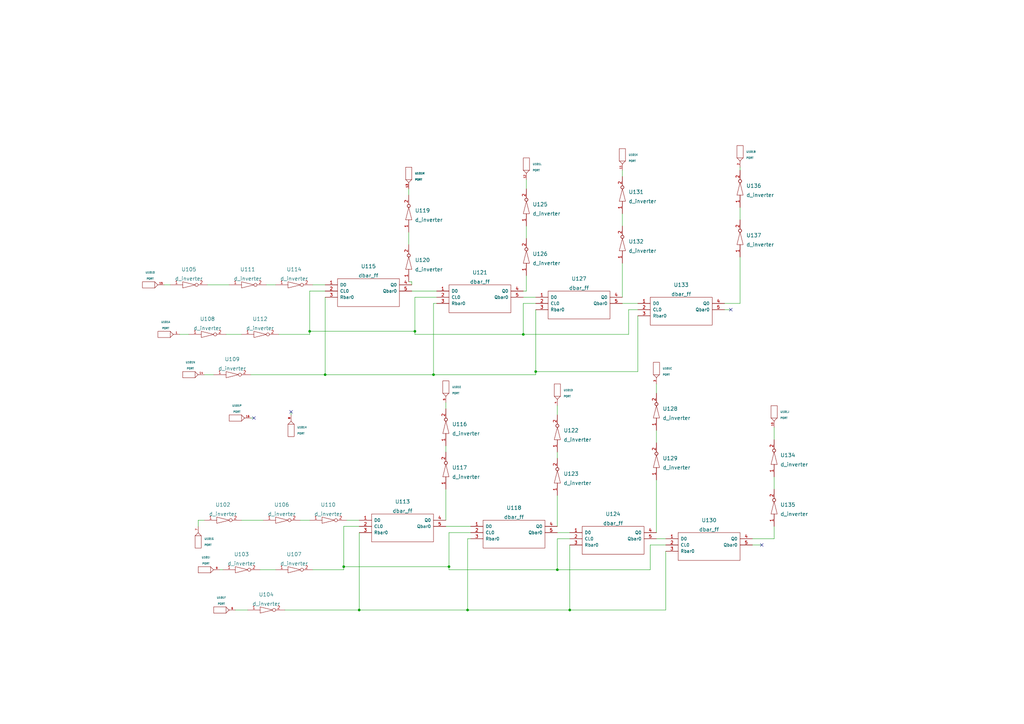
<source format=kicad_sch>
(kicad_sch (version 20211123) (generator eeschema)
  (paper "A3")
  (lib_symbols
    (symbol "eSim_Digital:d_inverter" (pin_names (offset 1.016))
      (property "Reference" "U" (at 0 -2.54 0))
      (property "Value" "d_inverter" (at 0 3.81 0))
      (symbol "d_inverter_0_1"
        (polyline (pts (xy -2.54 1.27) (xy -2.54 -1.27) (xy 2.54 0) (xy -2.54 1.27)))
      )
      (symbol "d_inverter_1_1"
        (pin input line (at -7.62 0 0) (length 5.08) (name "~") (number "1"))
        (pin output inverted (at 7.62 0 180) (length 5.08) (name "~") (number "2"))
      )
    )
    (symbol "eSim_Miscellaneous:PORT" (pin_names (offset 1.016))
      (property "Reference" "U" (at 1.27 2.54 0))
      (property "Value" "PORT" (at 0 0 0))
      (symbol "PORT_0_1"
        (rectangle (start -2.54 1.27) (end 2.54 -1.27))
        (arc (start 2.54 1.27) (mid 3.1355 0.5955) (end 3.81 0))
        (arc (start 3.81 0) (mid 3.1447 -0.6046) (end 2.54 -1.27))
      )
      (symbol "PORT_1_1"
        (pin bidirectional line (at 6.35 0 180) (length 2.54) (name "~") (number "1"))
      )
      (symbol "PORT_2_1"
        (pin bidirectional line (at 6.35 0 180) (length 2.54) (name "~") (number "2"))
      )
      (symbol "PORT_3_1"
        (pin bidirectional line (at 6.35 0 180) (length 2.54) (name "~") (number "3"))
      )
      (symbol "PORT_4_1"
        (pin bidirectional line (at 6.35 0 180) (length 2.54) (name "~") (number "4"))
      )
      (symbol "PORT_5_1"
        (pin bidirectional line (at 6.35 0 180) (length 2.54) (name "~") (number "5"))
      )
      (symbol "PORT_6_1"
        (pin bidirectional line (at 6.35 0 180) (length 2.54) (name "~") (number "6"))
      )
      (symbol "PORT_7_1"
        (pin bidirectional line (at 6.35 0 180) (length 2.54) (name "~") (number "7"))
      )
      (symbol "PORT_8_1"
        (pin bidirectional line (at 6.35 0 180) (length 2.54) (name "~") (number "8"))
      )
      (symbol "PORT_9_1"
        (pin bidirectional line (at 6.35 0 180) (length 2.54) (name "~") (number "9"))
      )
      (symbol "PORT_10_1"
        (pin bidirectional line (at 6.35 0 180) (length 2.54) (name "~") (number "10"))
      )
      (symbol "PORT_11_1"
        (pin bidirectional line (at 6.35 0 180) (length 2.54) (name "~") (number "11"))
      )
      (symbol "PORT_12_1"
        (pin bidirectional line (at 6.35 0 180) (length 2.54) (name "~") (number "12"))
      )
      (symbol "PORT_13_1"
        (pin bidirectional line (at 6.35 0 180) (length 2.54) (name "~") (number "13"))
      )
      (symbol "PORT_14_1"
        (pin bidirectional line (at 6.35 0 180) (length 2.54) (name "~") (number "14"))
      )
      (symbol "PORT_15_1"
        (pin bidirectional line (at 6.35 0 180) (length 2.54) (name "~") (number "15"))
      )
      (symbol "PORT_16_1"
        (pin bidirectional line (at 6.35 0 180) (length 2.54) (name "~") (number "16"))
      )
      (symbol "PORT_17_1"
        (pin bidirectional line (at 6.35 0 180) (length 2.54) (name "~") (number "17"))
      )
      (symbol "PORT_18_1"
        (pin bidirectional line (at 6.35 0 180) (length 2.54) (name "~") (number "18"))
      )
      (symbol "PORT_19_1"
        (pin bidirectional line (at 6.35 0 180) (length 2.54) (name "~") (number "19"))
      )
      (symbol "PORT_20_1"
        (pin bidirectional line (at 6.35 0 180) (length 2.54) (name "~") (number "20"))
      )
      (symbol "PORT_21_1"
        (pin bidirectional line (at 6.35 0 180) (length 2.54) (name "~") (number "21"))
      )
      (symbol "PORT_22_1"
        (pin bidirectional line (at 6.35 0 180) (length 2.54) (name "~") (number "22"))
      )
      (symbol "PORT_23_1"
        (pin bidirectional line (at 6.35 0 180) (length 2.54) (name "~") (number "23"))
      )
      (symbol "PORT_24_1"
        (pin bidirectional line (at 6.35 0 180) (length 2.54) (name "~") (number "24"))
      )
      (symbol "PORT_25_1"
        (pin bidirectional line (at 6.35 0 180) (length 2.54) (name "~") (number "25"))
      )
      (symbol "PORT_26_1"
        (pin bidirectional line (at 6.35 0 180) (length 2.54) (name "~") (number "26"))
      )
    )
    (symbol "eSim_Ngveri:dbar_ff" (pin_names (offset 1.016))
      (property "Reference" "U" (at 12 15 0))
      (property "Value" "dbar_ff" (at 12 18 0))
      (symbol "dbar_ff_0_1"
        (rectangle (start 0 0) (end 25.4 11.43))
      )
      (symbol "dbar_ff_1_1"
        (pin input line (at -5.08 8.89 0) (length 5.08) (name "D0") (number "1"))
        (pin input line (at -5.08 6.35 0) (length 5.08) (name "CL0") (number "2"))
        (pin input line (at -5.08 3.81 0) (length 5.08) (name "Rbar0") (number "3"))
        (pin output line (at 30.48 8.89 180) (length 5.08) (name "Q0") (number "4"))
        (pin output line (at 30.48 6.35 180) (length 5.08) (name "Qbar0") (number "5"))
      )
    )
  )
  (junction (at 214.63 137.16))
  (junction (at 127 135.89))
  (junction (at 191.77 250.19))
  (junction (at 140.97 232.41))
  (junction (at 177.8 153.67))
  (junction (at 170.18 135.89))
  (junction (at 133.35 153.67))
  (junction (at 184.15 232.41))
  (junction (at 219.71 152.4))
  (junction (at 147.32 250.19))
  (junction (at 233.68 250.19))
  (junction (at 228.6 233.68))
  (no_connect (at 299.72 127))
  (no_connect (at 312.42 223.52))
  (no_connect (at 104.14 171.45))
  (no_connect (at 119.38 168.91))
  (wire (pts (xy 99.06 213.36) (xy 107.95 213.36)))
  (wire (pts (xy 140.97 232.41) (xy 184.15 232.41)))
  (wire (pts (xy 303.53 68.58) (xy 303.53 69.85)))
  (wire (pts (xy 109.22 116.84) (xy 113.03 116.84)))
  (wire (pts (xy 170.18 121.92) (xy 170.18 135.89)))
  (wire (pts (xy 308.61 223.52) (xy 312.42 223.52)))
  (wire (pts (xy 119.38 168.91) (xy 119.38 170.18)))
  (wire (pts (xy 133.35 121.92) (xy 133.35 153.67)))
  (wire (pts (xy 177.8 124.46) (xy 177.8 153.67)))
  (wire (pts (xy 266.7 223.52) (xy 266.7 233.68)))
  (wire (pts (xy 177.8 124.46) (xy 179.07 124.46)))
  (wire (pts (xy 261.62 129.54) (xy 261.62 152.4)))
  (wire (pts (xy 303.53 105.41) (xy 303.53 124.46)))
  (wire (pts (xy 133.35 153.67) (xy 177.8 153.67)))
  (wire (pts (xy 128.27 233.68) (xy 140.97 233.68)))
  (wire (pts (xy 269.24 220.98) (xy 273.05 220.98)))
  (wire (pts (xy 215.9 73.66) (xy 215.9 77.47)))
  (wire (pts (xy 273.05 226.06) (xy 273.05 250.19)))
  (wire (pts (xy 147.32 218.44) (xy 147.32 250.19)))
  (wire (pts (xy 266.7 233.68) (xy 228.6 233.68)))
  (wire (pts (xy 140.97 232.41) (xy 140.97 215.9)))
  (wire (pts (xy 214.63 119.38) (xy 215.9 119.38)))
  (wire (pts (xy 140.97 215.9) (xy 147.32 215.9)))
  (wire (pts (xy 182.88 165.1) (xy 182.88 167.64)))
  (wire (pts (xy 261.62 152.4) (xy 219.71 152.4)))
  (wire (pts (xy 177.8 153.67) (xy 219.71 153.67)))
  (wire (pts (xy 182.88 215.9) (xy 193.04 215.9)))
  (wire (pts (xy 127 135.89) (xy 127 119.38)))
  (wire (pts (xy 269.24 176.53) (xy 269.24 181.61)))
  (wire (pts (xy 255.27 87.63) (xy 255.27 92.71)))
  (wire (pts (xy 127 119.38) (xy 133.35 119.38)))
  (wire (pts (xy 127 135.89) (xy 170.18 135.89)))
  (wire (pts (xy 214.63 137.16) (xy 257.81 137.16)))
  (wire (pts (xy 233.68 220.98) (xy 228.6 220.98)))
  (wire (pts (xy 142.24 213.36) (xy 147.32 213.36)))
  (wire (pts (xy 184.15 232.41) (xy 184.15 233.68)))
  (wire (pts (xy 303.53 85.09) (xy 303.53 90.17)))
  (wire (pts (xy 255.27 69.85) (xy 255.27 72.39)))
  (wire (pts (xy 273.05 223.52) (xy 266.7 223.52)))
  (wire (pts (xy 214.63 121.92) (xy 219.71 121.92)))
  (wire (pts (xy 83.82 153.67) (xy 87.63 153.67)))
  (wire (pts (xy 114.3 137.16) (xy 127 137.16)))
  (wire (pts (xy 257.81 127) (xy 257.81 137.16)))
  (wire (pts (xy 228.6 218.44) (xy 233.68 218.44)))
  (wire (pts (xy 255.27 124.46) (xy 261.62 124.46)))
  (wire (pts (xy 184.15 233.68) (xy 228.6 233.68)))
  (wire (pts (xy 92.71 137.16) (xy 99.06 137.16)))
  (wire (pts (xy 102.87 171.45) (xy 104.14 171.45)))
  (wire (pts (xy 167.64 77.47) (xy 167.64 80.01)))
  (wire (pts (xy 191.77 220.98) (xy 193.04 220.98)))
  (wire (pts (xy 168.91 115.57) (xy 168.91 116.84)))
  (wire (pts (xy 167.64 95.25) (xy 167.64 100.33)))
  (wire (pts (xy 140.97 233.68) (xy 140.97 232.41)))
  (wire (pts (xy 219.71 127) (xy 219.71 152.4)))
  (wire (pts (xy 297.18 127) (xy 299.72 127)))
  (wire (pts (xy 81.28 213.36) (xy 83.82 213.36)))
  (wire (pts (xy 167.64 115.57) (xy 168.91 115.57)))
  (wire (pts (xy 228.6 220.98) (xy 228.6 233.68)))
  (wire (pts (xy 182.88 182.88) (xy 182.88 185.42)))
  (wire (pts (xy 317.5 175.26) (xy 317.5 180.34)))
  (wire (pts (xy 170.18 135.89) (xy 170.18 137.16)))
  (wire (pts (xy 96.52 250.19) (xy 101.6 250.19)))
  (wire (pts (xy 228.6 185.42) (xy 228.6 187.96)))
  (wire (pts (xy 228.6 166.37) (xy 228.6 170.18)))
  (wire (pts (xy 81.28 213.36) (xy 81.28 215.9)))
  (wire (pts (xy 147.32 250.19) (xy 191.77 250.19)))
  (wire (pts (xy 255.27 107.95) (xy 255.27 121.92)))
  (wire (pts (xy 123.19 213.36) (xy 127 213.36)))
  (wire (pts (xy 191.77 250.19) (xy 233.68 250.19)))
  (wire (pts (xy 73.66 137.16) (xy 77.47 137.16)))
  (wire (pts (xy 67.31 116.84) (xy 69.85 116.84)))
  (wire (pts (xy 228.6 203.2) (xy 228.6 215.9)))
  (wire (pts (xy 182.88 200.66) (xy 182.88 213.36)))
  (wire (pts (xy 215.9 92.71) (xy 215.9 97.79)))
  (wire (pts (xy 170.18 137.16) (xy 214.63 137.16)))
  (wire (pts (xy 106.68 233.68) (xy 113.03 233.68)))
  (wire (pts (xy 269.24 157.48) (xy 269.24 161.29)))
  (wire (pts (xy 261.62 127) (xy 257.81 127)))
  (wire (pts (xy 233.68 250.19) (xy 273.05 250.19)))
  (wire (pts (xy 219.71 124.46) (xy 214.63 124.46)))
  (wire (pts (xy 170.18 121.92) (xy 179.07 121.92)))
  (wire (pts (xy 127 137.16) (xy 127 135.89)))
  (wire (pts (xy 219.71 152.4) (xy 219.71 153.67)))
  (wire (pts (xy 317.5 220.98) (xy 308.61 220.98)))
  (wire (pts (xy 168.91 119.38) (xy 179.07 119.38)))
  (wire (pts (xy 214.63 124.46) (xy 214.63 137.16)))
  (wire (pts (xy 116.84 250.19) (xy 147.32 250.19)))
  (wire (pts (xy 215.9 113.03) (xy 215.9 119.38)))
  (wire (pts (xy 303.53 124.46) (xy 297.18 124.46)))
  (wire (pts (xy 128.27 116.84) (xy 133.35 116.84)))
  (wire (pts (xy 184.15 218.44) (xy 184.15 232.41)))
  (wire (pts (xy 102.87 153.67) (xy 133.35 153.67)))
  (wire (pts (xy 317.5 195.58) (xy 317.5 200.66)))
  (wire (pts (xy 85.09 116.84) (xy 93.98 116.84)))
  (wire (pts (xy 233.68 223.52) (xy 233.68 250.19)))
  (wire (pts (xy 90.17 233.68) (xy 91.44 233.68)))
  (wire (pts (xy 184.15 218.44) (xy 193.04 218.44)))
  (wire (pts (xy 269.24 196.85) (xy 269.24 218.44)))
  (wire (pts (xy 191.77 220.98) (xy 191.77 250.19)))
  (wire (pts (xy 317.5 215.9) (xy 317.5 220.98)))
  (symbol (lib_id "eSim_Digital:d_inverter") (at 106.68 137.16 0) (unit 1)
    (property "Reference" "U112" (at 106.68 130.81 0) (effects (font (size 1.524 1.524))))
    (property "Value" "d_inverter" (at 106.68 134.62 0) (effects (font (size 1.524 1.524))))
  )
  (symbol (lib_id "eSim_Digital:d_inverter") (at 228.6 177.8 90) (unit 1)
    (property "Reference" "U122" (at 231.14 176.53 90) (effects (font (size 1.524 1.524)) (justify right)))
    (property "Value" "d_inverter" (at 231.14 180.34 90) (effects (font (size 1.524 1.524)) (justify right)))
  )
  (symbol (lib_id "eSim_Miscellaneous:PORT") (at 269.24 151.13 270) (unit 3)
    (property "Reference" "U101" (at 271.78 151.13 90) (effects (font (size 0.762 0.762)) (justify left)))
    (property "Value" "PORT" (at 271.78 153.67 90) (effects (font (size 0.762 0.762)) (justify left)))
  )
  (symbol (lib_id "eSim_Digital:d_inverter") (at 182.88 193.04 90) (unit 1)
    (property "Reference" "U117" (at 185.42 191.77 90) (effects (font (size 1.524 1.524)) (justify right)))
    (property "Value" "d_inverter" (at 185.42 195.58 90) (effects (font (size 1.524 1.524)) (justify right)))
  )
  (symbol (lib_id "eSim_Miscellaneous:PORT") (at 96.52 171.45 0) (unit 16)
    (property "Reference" "U101" (at 97.155 166.37 0) (effects (font (size 0.762 0.762))))
    (property "Value" "PORT" (at 97.155 168.91 0) (effects (font (size 0.762 0.762))))
  )
  (symbol (lib_id "eSim_Miscellaneous:PORT") (at 167.64 71.12 270) (unit 13)
    (property "Reference" "U101" (at 170.18 71.12 90) (effects (font (size 0.762 0.762)) (justify left)))
    (property "Value" "PORT" (at 170.18 73.66 90) (effects (font (size 0.762 0.762)) (justify left)))
  )
  (symbol (lib_id "eSim_Digital:d_inverter") (at 77.47 116.84 0) (unit 1)
    (property "Reference" "U105" (at 77.47 110.49 0) (effects (font (size 1.524 1.524))))
    (property "Value" "d_inverter" (at 77.47 114.3 0) (effects (font (size 1.524 1.524))))
  )
  (symbol (lib_id "eSim_Digital:d_inverter") (at 215.9 105.41 90) (unit 1)
    (property "Reference" "U126" (at 218.44 104.14 90) (effects (font (size 1.524 1.524)) (justify right)))
    (property "Value" "d_inverter" (at 218.44 107.95 90) (effects (font (size 1.524 1.524)) (justify right)))
  )
  (symbol (lib_id "eSim_Miscellaneous:PORT") (at 83.82 233.68 0) (unit 9)
    (property "Reference" "U101" (at 84.455 228.6 0) (effects (font (size 0.762 0.762))))
    (property "Value" "PORT" (at 84.455 231.14 0) (effects (font (size 0.762 0.762))))
  )
  (symbol (lib_id "eSim_Digital:d_inverter") (at 95.25 153.67 0) (unit 1)
    (property "Reference" "U109" (at 95.25 147.32 0) (effects (font (size 1.524 1.524))))
    (property "Value" "d_inverter" (at 95.25 151.13 0) (effects (font (size 1.524 1.524))))
  )
  (symbol (lib_id "eSim_Digital:d_inverter") (at 317.5 187.96 90) (unit 1)
    (property "Reference" "U134" (at 320.04 186.69 90) (effects (font (size 1.524 1.524)) (justify right)))
    (property "Value" "d_inverter" (at 320.04 190.5 90) (effects (font (size 1.524 1.524)) (justify right)))
  )
  (symbol (lib_id "eSim_Ngveri:dbar_ff") (at 198.12 224.79 0) (unit 1)
    (property "Reference" "U118" (at 210.82 208.28 0) (effects (font (size 1.524 1.524))))
    (property "Value" "dbar_ff" (at 210.82 212.09 0) (effects (font (size 1.524 1.524))))
  )
  (symbol (lib_id "eSim_Digital:d_inverter") (at 120.65 116.84 0) (unit 1)
    (property "Reference" "U114" (at 120.65 110.49 0) (effects (font (size 1.524 1.524))))
    (property "Value" "d_inverter" (at 120.65 114.3 0) (effects (font (size 1.524 1.524))))
  )
  (symbol (lib_id "eSim_Miscellaneous:PORT") (at 90.17 250.19 0) (unit 6)
    (property "Reference" "U101" (at 90.805 245.11 0) (effects (font (size 0.762 0.762))))
    (property "Value" "PORT" (at 90.805 247.65 0) (effects (font (size 0.762 0.762))))
  )
  (symbol (lib_id "eSim_Digital:d_inverter") (at 215.9 85.09 90) (unit 1)
    (property "Reference" "U125" (at 218.44 83.82 90) (effects (font (size 1.524 1.524)) (justify right)))
    (property "Value" "d_inverter" (at 218.44 87.63 90) (effects (font (size 1.524 1.524)) (justify right)))
  )
  (symbol (lib_id "eSim_Digital:d_inverter") (at 85.09 137.16 0) (unit 1)
    (property "Reference" "U108" (at 85.09 130.81 0) (effects (font (size 1.524 1.524))))
    (property "Value" "d_inverter" (at 85.09 134.62 0) (effects (font (size 1.524 1.524))))
  )
  (symbol (lib_id "eSim_Miscellaneous:PORT") (at 303.53 62.23 270) (unit 2)
    (property "Reference" "U101" (at 306.07 62.23 90) (effects (font (size 0.762 0.762)) (justify left)))
    (property "Value" "PORT" (at 306.07 64.77 90) (effects (font (size 0.762 0.762)) (justify left)))
  )
  (symbol (lib_id "eSim_Miscellaneous:PORT") (at 67.31 137.16 0) (unit 1)
    (property "Reference" "U101" (at 67.945 132.08 0) (effects (font (size 0.762 0.762))))
    (property "Value" "PORT" (at 67.945 134.62 0) (effects (font (size 0.762 0.762))))
  )
  (symbol (lib_id "eSim_Digital:d_inverter") (at 182.88 175.26 90) (unit 1)
    (property "Reference" "U116" (at 185.42 173.99 90) (effects (font (size 1.524 1.524)) (justify right)))
    (property "Value" "d_inverter" (at 185.42 177.8 90) (effects (font (size 1.524 1.524)) (justify right)))
  )
  (symbol (lib_id "eSim_Digital:d_inverter") (at 228.6 195.58 90) (unit 1)
    (property "Reference" "U123" (at 231.14 194.31 90) (effects (font (size 1.524 1.524)) (justify right)))
    (property "Value" "d_inverter" (at 231.14 198.12 90) (effects (font (size 1.524 1.524)) (justify right)))
  )
  (symbol (lib_id "eSim_Digital:d_inverter") (at 120.65 233.68 0) (unit 1)
    (property "Reference" "U107" (at 120.65 227.33 0) (effects (font (size 1.524 1.524))))
    (property "Value" "d_inverter" (at 120.65 231.14 0) (effects (font (size 1.524 1.524))))
  )
  (symbol (lib_id "eSim_Digital:d_inverter") (at 167.64 107.95 90) (unit 1)
    (property "Reference" "U120" (at 170.18 106.68 90) (effects (font (size 1.524 1.524)) (justify right)))
    (property "Value" "d_inverter" (at 170.18 110.49 90) (effects (font (size 1.524 1.524)) (justify right)))
  )
  (symbol (lib_id "eSim_Digital:d_inverter") (at 109.22 250.19 0) (unit 1)
    (property "Reference" "U104" (at 109.22 243.84 0) (effects (font (size 1.524 1.524))))
    (property "Value" "d_inverter" (at 109.22 247.65 0) (effects (font (size 1.524 1.524))))
  )
  (symbol (lib_id "eSim_Ngveri:dbar_ff") (at 278.13 229.87 0) (unit 1)
    (property "Reference" "U130" (at 290.83 213.36 0) (effects (font (size 1.524 1.524))))
    (property "Value" "dbar_ff" (at 290.83 217.17 0) (effects (font (size 1.524 1.524))))
  )
  (symbol (lib_id "eSim_Miscellaneous:PORT") (at 215.9 67.31 270) (unit 12)
    (property "Reference" "U101" (at 218.44 67.31 90) (effects (font (size 0.762 0.762)) (justify left)))
    (property "Value" "PORT" (at 218.44 69.85 90) (effects (font (size 0.762 0.762)) (justify left)))
  )
  (symbol (lib_id "eSim_Digital:d_inverter") (at 134.62 213.36 0) (unit 1)
    (property "Reference" "U110" (at 134.62 207.01 0) (effects (font (size 1.524 1.524))))
    (property "Value" "d_inverter" (at 134.62 210.82 0) (effects (font (size 1.524 1.524))))
  )
  (symbol (lib_id "eSim_Digital:d_inverter") (at 255.27 80.01 90) (unit 1)
    (property "Reference" "U131" (at 257.81 78.74 90) (effects (font (size 1.524 1.524)) (justify right)))
    (property "Value" "d_inverter" (at 257.81 82.55 90) (effects (font (size 1.524 1.524)) (justify right)))
  )
  (symbol (lib_id "eSim_Ngveri:dbar_ff") (at 224.79 130.81 0) (unit 1)
    (property "Reference" "U127" (at 237.49 114.3 0) (effects (font (size 1.524 1.524))))
    (property "Value" "dbar_ff" (at 237.49 118.11 0) (effects (font (size 1.524 1.524))))
  )
  (symbol (lib_id "eSim_Digital:d_inverter") (at 269.24 189.23 90) (unit 1)
    (property "Reference" "U129" (at 271.78 187.96 90) (effects (font (size 1.524 1.524)) (justify right)))
    (property "Value" "d_inverter" (at 271.78 191.77 90) (effects (font (size 1.524 1.524)) (justify right)))
  )
  (symbol (lib_id "eSim_Digital:d_inverter") (at 167.64 87.63 90) (unit 1)
    (property "Reference" "U119" (at 170.18 86.36 90) (effects (font (size 1.524 1.524)) (justify right)))
    (property "Value" "d_inverter" (at 170.18 90.17 90) (effects (font (size 1.524 1.524)) (justify right)))
  )
  (symbol (lib_id "eSim_Digital:d_inverter") (at 317.5 208.28 90) (unit 1)
    (property "Reference" "U135" (at 320.04 207.01 90) (effects (font (size 1.524 1.524)) (justify right)))
    (property "Value" "d_inverter" (at 320.04 210.82 90) (effects (font (size 1.524 1.524)) (justify right)))
  )
  (symbol (lib_id "eSim_Digital:d_inverter") (at 303.53 97.79 90) (unit 1)
    (property "Reference" "U137" (at 306.07 96.52 90) (effects (font (size 1.524 1.524)) (justify right)))
    (property "Value" "d_inverter" (at 306.07 100.33 90) (effects (font (size 1.524 1.524)) (justify right)))
  )
  (symbol (lib_id "eSim_Miscellaneous:PORT") (at 317.5 168.91 270) (unit 10)
    (property "Reference" "U101" (at 320.04 168.91 90) (effects (font (size 0.762 0.762)) (justify left)))
    (property "Value" "PORT" (at 320.04 171.45 90) (effects (font (size 0.762 0.762)) (justify left)))
  )
  (symbol (lib_id "eSim_Ngveri:dbar_ff") (at 238.76 227.33 0) (unit 1)
    (property "Reference" "U124" (at 251.46 210.82 0) (effects (font (size 1.524 1.524))))
    (property "Value" "dbar_ff" (at 251.46 214.63 0) (effects (font (size 1.524 1.524))))
  )
  (symbol (lib_id "eSim_Digital:d_inverter") (at 101.6 116.84 0) (unit 1)
    (property "Reference" "U111" (at 101.6 110.49 0) (effects (font (size 1.524 1.524))))
    (property "Value" "d_inverter" (at 101.6 114.3 0) (effects (font (size 1.524 1.524))))
  )
  (symbol (lib_id "eSim_Digital:d_inverter") (at 91.44 213.36 0) (unit 1)
    (property "Reference" "U102" (at 91.44 207.01 0) (effects (font (size 1.524 1.524))))
    (property "Value" "d_inverter" (at 91.44 210.82 0) (effects (font (size 1.524 1.524))))
  )
  (symbol (lib_id "eSim_Ngveri:dbar_ff") (at 266.7 133.35 0) (unit 1)
    (property "Reference" "U133" (at 279.4 116.84 0) (effects (font (size 1.524 1.524))))
    (property "Value" "dbar_ff" (at 279.4 120.65 0) (effects (font (size 1.524 1.524))))
  )
  (symbol (lib_id "eSim_Miscellaneous:PORT") (at 77.47 153.67 0) (unit 14)
    (property "Reference" "U101" (at 78.105 148.59 0) (effects (font (size 0.762 0.762))))
    (property "Value" "PORT" (at 78.105 151.13 0) (effects (font (size 0.762 0.762))))
  )
  (symbol (lib_id "eSim_Miscellaneous:PORT") (at 81.28 222.25 90) (unit 7)
    (property "Reference" "U101" (at 83.82 220.98 90) (effects (font (size 0.762 0.762)) (justify right)))
    (property "Value" "PORT" (at 83.82 223.52 90) (effects (font (size 0.762 0.762)) (justify right)))
  )
  (symbol (lib_id "eSim_Digital:d_inverter") (at 115.57 213.36 0) (unit 1)
    (property "Reference" "U106" (at 115.57 207.01 0) (effects (font (size 1.524 1.524))))
    (property "Value" "d_inverter" (at 115.57 210.82 0) (effects (font (size 1.524 1.524))))
  )
  (symbol (lib_id "eSim_Miscellaneous:PORT") (at 255.27 63.5 270) (unit 11)
    (property "Reference" "U101" (at 257.81 63.5 90) (effects (font (size 0.762 0.762)) (justify left)))
    (property "Value" "PORT" (at 257.81 66.04 90) (effects (font (size 0.762 0.762)) (justify left)))
  )
  (symbol (lib_id "eSim_Miscellaneous:PORT") (at 60.96 116.84 0) (unit 15)
    (property "Reference" "U101" (at 61.595 111.76 0) (effects (font (size 0.762 0.762))))
    (property "Value" "PORT" (at 61.595 114.3 0) (effects (font (size 0.762 0.762))))
  )
  (symbol (lib_id "eSim_Digital:d_inverter") (at 99.06 233.68 0) (unit 1)
    (property "Reference" "U103" (at 99.06 227.33 0) (effects (font (size 1.524 1.524))))
    (property "Value" "d_inverter" (at 99.06 231.14 0) (effects (font (size 1.524 1.524))))
  )
  (symbol (lib_id "eSim_Digital:d_inverter") (at 269.24 168.91 90) (unit 1)
    (property "Reference" "U128" (at 271.78 167.64 90) (effects (font (size 1.524 1.524)) (justify right)))
    (property "Value" "d_inverter" (at 271.78 171.45 90) (effects (font (size 1.524 1.524)) (justify right)))
  )
  (symbol (lib_id "eSim_Ngveri:dbar_ff") (at 138.43 125.73 0) (unit 1)
    (property "Reference" "U115" (at 151.13 109.22 0) (effects (font (size 1.524 1.524))))
    (property "Value" "dbar_ff" (at 151.13 113.03 0) (effects (font (size 1.524 1.524))))
  )
  (symbol (lib_id "eSim_Ngveri:dbar_ff") (at 152.4 222.25 0) (unit 1)
    (property "Reference" "U113" (at 165.1 205.74 0) (effects (font (size 1.524 1.524))))
    (property "Value" "dbar_ff" (at 165.1 209.55 0) (effects (font (size 1.524 1.524))))
  )
  (symbol (lib_id "eSim_Miscellaneous:PORT") (at 119.38 176.53 90) (unit 8)
    (property "Reference" "U101" (at 121.92 175.26 90) (effects (font (size 0.762 0.762)) (justify right)))
    (property "Value" "PORT" (at 121.92 177.8 90) (effects (font (size 0.762 0.762)) (justify right)))
  )
  (symbol (lib_id "eSim_Miscellaneous:PORT") (at 182.88 158.75 270) (unit 5)
    (property "Reference" "U101" (at 185.42 158.75 90) (effects (font (size 0.762 0.762)) (justify left)))
    (property "Value" "PORT" (at 185.42 161.29 90) (effects (font (size 0.762 0.762)) (justify left)))
  )
  (symbol (lib_id "eSim_Digital:d_inverter") (at 255.27 100.33 90) (unit 1)
    (property "Reference" "U132" (at 257.81 99.06 90) (effects (font (size 1.524 1.524)) (justify right)))
    (property "Value" "d_inverter" (at 257.81 102.87 90) (effects (font (size 1.524 1.524)) (justify right)))
  )
  (symbol (lib_id "eSim_Ngveri:dbar_ff") (at 184.15 128.27 0) (unit 1)
    (property "Reference" "U121" (at 196.85 111.76 0) (effects (font (size 1.524 1.524))))
    (property "Value" "dbar_ff" (at 196.85 115.57 0) (effects (font (size 1.524 1.524))))
  )
  (symbol (lib_id "eSim_Digital:d_inverter") (at 303.53 77.47 90) (unit 1)
    (property "Reference" "U136" (at 306.07 76.2 90) (effects (font (size 1.524 1.524)) (justify right)))
    (property "Value" "d_inverter" (at 306.07 80.01 90) (effects (font (size 1.524 1.524)) (justify right)))
  )
  (symbol (lib_id "eSim_Miscellaneous:PORT") (at 228.6 160.02 270) (unit 4)
    (property "Reference" "U101" (at 231.14 160.02 90) (effects (font (size 0.762 0.762)) (justify left)))
    (property "Value" "PORT" (at 231.14 162.56 90) (effects (font (size 0.762 0.762)) (justify left)))
  )
)
</source>
